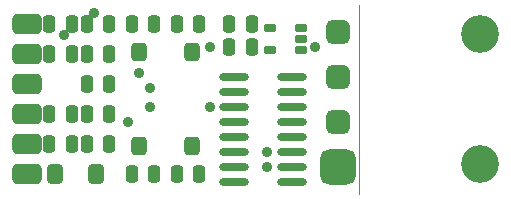
<source format=gbr>
%TF.GenerationSoftware,KiCad,Pcbnew,7.0.5*%
%TF.CreationDate,2023-10-06T16:43:15+02:00*%
%TF.ProjectId,USBTTLPGM_00,55534254-544c-4504-974d-5f30302e6b69,00*%
%TF.SameCoordinates,PX8b8aa80PY5faea10*%
%TF.FileFunction,Soldermask,Top*%
%TF.FilePolarity,Negative*%
%FSLAX46Y46*%
G04 Gerber Fmt 4.6, Leading zero omitted, Abs format (unit mm)*
G04 Created by KiCad (PCBNEW 7.0.5) date 2023-10-06 16:43:15*
%MOMM*%
%LPD*%
G01*
G04 APERTURE LIST*
G04 Aperture macros list*
%AMRoundRect*
0 Rectangle with rounded corners*
0 $1 Rounding radius*
0 $2 $3 $4 $5 $6 $7 $8 $9 X,Y pos of 4 corners*
0 Add a 4 corners polygon primitive as box body*
4,1,4,$2,$3,$4,$5,$6,$7,$8,$9,$2,$3,0*
0 Add four circle primitives for the rounded corners*
1,1,$1+$1,$2,$3*
1,1,$1+$1,$4,$5*
1,1,$1+$1,$6,$7*
1,1,$1+$1,$8,$9*
0 Add four rect primitives between the rounded corners*
20,1,$1+$1,$2,$3,$4,$5,0*
20,1,$1+$1,$4,$5,$6,$7,0*
20,1,$1+$1,$6,$7,$8,$9,0*
20,1,$1+$1,$8,$9,$2,$3,0*%
G04 Aperture macros list end*
%ADD10C,0.100000*%
%ADD11RoundRect,0.750000X-0.750000X-0.750000X0.750000X-0.750000X0.750000X0.750000X-0.750000X0.750000X0*%
%ADD12RoundRect,0.500000X-0.500000X-0.500000X0.500000X-0.500000X0.500000X0.500000X-0.500000X0.500000X0*%
%ADD13RoundRect,0.250000X-0.250000X-0.475000X0.250000X-0.475000X0.250000X0.475000X-0.250000X0.475000X0*%
%ADD14RoundRect,0.250000X0.250000X0.475000X-0.250000X0.475000X-0.250000X-0.475000X0.250000X-0.475000X0*%
%ADD15RoundRect,0.317500X0.952500X0.000000X-0.952500X0.000000X-0.952500X0.000000X0.952500X0.000000X0*%
%ADD16RoundRect,0.150000X0.400000X0.150000X-0.400000X0.150000X-0.400000X-0.150000X0.400000X-0.150000X0*%
%ADD17RoundRect,0.325000X0.325000X-0.450000X0.325000X0.450000X-0.325000X0.450000X-0.325000X-0.450000X0*%
%ADD18RoundRect,0.437500X0.812500X0.437500X-0.812500X0.437500X-0.812500X-0.437500X0.812500X-0.437500X0*%
%ADD19RoundRect,0.325000X-0.325000X-0.525000X0.325000X-0.525000X0.325000X0.525000X-0.325000X0.525000X0*%
%ADD20C,3.200000*%
%ADD21C,0.900000*%
G04 APERTURE END LIST*
D10*
X8500000Y8000000D02*
X8500000Y-8000000D01*
D11*
%TO.C,CN4*%
X6715000Y-5715000D03*
%TD*%
D12*
%TO.C,CN3*%
X6715000Y-1905000D03*
%TD*%
%TO.C,CN2*%
X6715000Y1905000D03*
%TD*%
%TO.C,CN1*%
X6715000Y5715000D03*
%TD*%
D13*
%TO.C,LD5*%
X-590000Y6350000D03*
X-2490000Y6350000D03*
%TD*%
%TO.C,LD4*%
X-15830000Y-1270000D03*
X-17730000Y-1270000D03*
%TD*%
D14*
%TO.C,LD2*%
X-6935000Y-6350000D03*
X-5035000Y-6350000D03*
%TD*%
D13*
%TO.C,LD1*%
X-15830000Y3810000D03*
X-17730000Y3810000D03*
%TD*%
D15*
%TO.C,IC2*%
X-2098800Y-6985000D03*
X-2098800Y-5715000D03*
X-2098800Y-4445000D03*
X-2098800Y-3175000D03*
X-2098800Y-1905000D03*
X-2098800Y-635000D03*
X-2098800Y635000D03*
X-2098800Y1905000D03*
X2828800Y1905000D03*
X2828800Y635000D03*
X2828800Y-635000D03*
X2828800Y-1905000D03*
X2828800Y-3175000D03*
X2828800Y-4445000D03*
X2828800Y-5715000D03*
X2828800Y-6985000D03*
%TD*%
D16*
%TO.C,IC1*%
X970000Y4130000D03*
X970000Y6030000D03*
X3570000Y6030000D03*
X3570000Y5080000D03*
X3570000Y4130000D03*
%TD*%
D13*
%TO.C,C2*%
X-14555000Y1270000D03*
X-12655000Y1270000D03*
%TD*%
D14*
%TO.C,C1*%
X-590000Y4445000D03*
X-2490000Y4445000D03*
%TD*%
D17*
%TO.C,SW1*%
X-10140000Y-3975000D03*
X-5640000Y-3975000D03*
X-10140000Y3975000D03*
X-5640000Y3975000D03*
%TD*%
D13*
%TO.C,R10*%
X-6935000Y6350000D03*
X-5035000Y6350000D03*
%TD*%
%TO.C,R9*%
X-12655000Y-1270000D03*
X-14555000Y-1270000D03*
%TD*%
%TO.C,R8*%
X-12655000Y-3810000D03*
X-14555000Y-3810000D03*
%TD*%
D14*
%TO.C,R5*%
X-14555000Y6350000D03*
X-12655000Y6350000D03*
%TD*%
%TO.C,R4*%
X-15830000Y6350000D03*
X-17730000Y6350000D03*
%TD*%
%TO.C,R3*%
X-8845000Y-6350000D03*
X-10745000Y-6350000D03*
%TD*%
D13*
%TO.C,R2*%
X-14555000Y3810000D03*
X-12655000Y3810000D03*
%TD*%
D14*
%TO.C,R1*%
X-8845000Y6350000D03*
X-10745000Y6350000D03*
%TD*%
D18*
%TO.C,P6*%
X-19620000Y-6350000D03*
%TD*%
%TO.C,P5*%
X-19620000Y-3810000D03*
%TD*%
%TO.C,P4*%
X-19620000Y-1270000D03*
%TD*%
%TO.C,P3*%
X-19620000Y1270000D03*
%TD*%
%TO.C,P2*%
X-19620000Y3810000D03*
%TD*%
%TO.C,P1*%
X-19620000Y6350000D03*
%TD*%
D13*
%TO.C,LD3*%
X-15830000Y-3810000D03*
X-17730000Y-3810000D03*
%TD*%
D19*
%TO.C,D1*%
X-17260000Y-6350000D03*
X-13760000Y-6350000D03*
%TD*%
D20*
X18780000Y-5500000D03*
X18780000Y5500000D03*
D21*
X-4080000Y4445000D03*
X4810000Y4434475D03*
X-4080000Y-635000D03*
X-11065000Y-1905000D03*
X-13922500Y7302500D03*
X-10112500Y2222500D03*
X-16462500Y5397500D03*
X-9160000Y952500D03*
X-9160000Y-635000D03*
X682500Y-4445000D03*
X682500Y-5715000D03*
M02*

</source>
